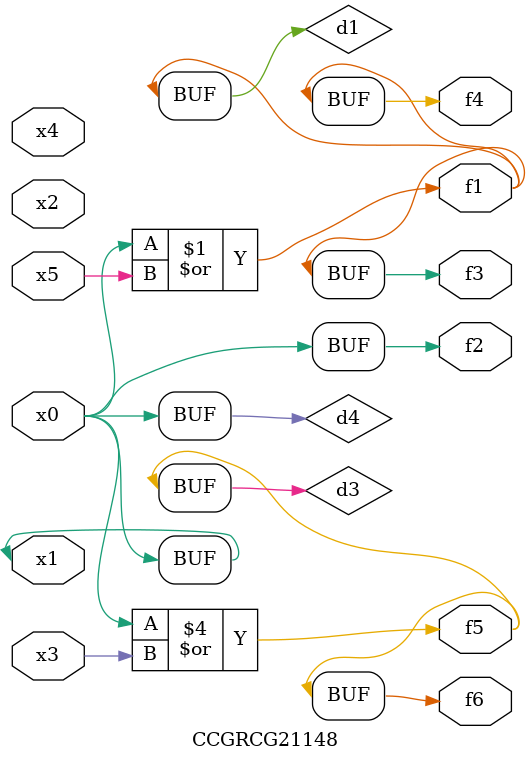
<source format=v>
module CCGRCG21148(
	input x0, x1, x2, x3, x4, x5,
	output f1, f2, f3, f4, f5, f6
);

	wire d1, d2, d3, d4;

	or (d1, x0, x5);
	xnor (d2, x1, x4);
	or (d3, x0, x3);
	buf (d4, x0, x1);
	assign f1 = d1;
	assign f2 = d4;
	assign f3 = d1;
	assign f4 = d1;
	assign f5 = d3;
	assign f6 = d3;
endmodule

</source>
